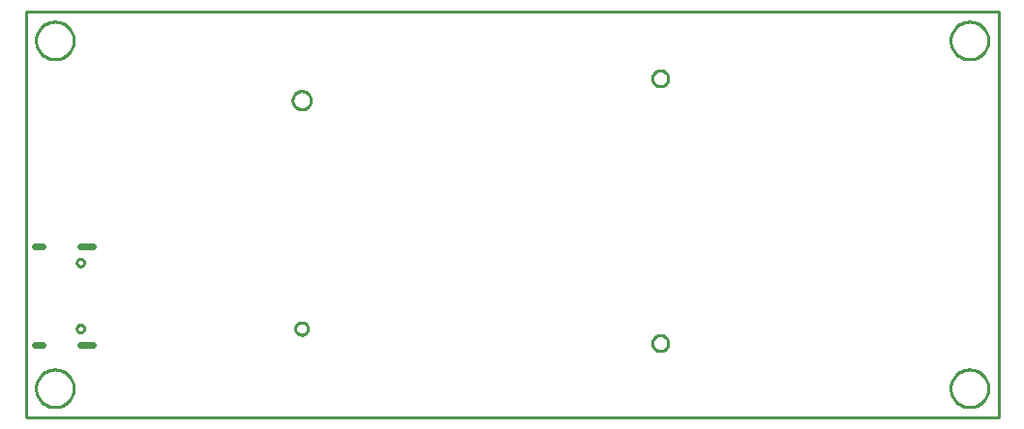
<source format=gko>
G04 EAGLE Gerber RS-274X export*
G75*
%MOMM*%
%FSLAX34Y34*%
%LPD*%
%IN*%
%IPPOS*%
%AMOC8*
5,1,8,0,0,1.08239X$1,22.5*%
G01*
%ADD10C,0.203200*%
%ADD11C,0.000000*%
%ADD12C,0.600000*%
%ADD13C,0.254000*%


D10*
X0Y0D02*
X0Y355600D01*
X850900Y355600D01*
X850900Y0D01*
X0Y0D01*
D11*
X44530Y135580D02*
X44532Y135693D01*
X44538Y135807D01*
X44548Y135920D01*
X44562Y136032D01*
X44579Y136144D01*
X44601Y136256D01*
X44627Y136366D01*
X44656Y136476D01*
X44689Y136584D01*
X44726Y136692D01*
X44767Y136797D01*
X44811Y136902D01*
X44859Y137005D01*
X44910Y137106D01*
X44965Y137205D01*
X45024Y137302D01*
X45086Y137397D01*
X45151Y137490D01*
X45219Y137581D01*
X45290Y137669D01*
X45365Y137755D01*
X45442Y137838D01*
X45522Y137918D01*
X45605Y137995D01*
X45691Y138070D01*
X45779Y138141D01*
X45870Y138209D01*
X45963Y138274D01*
X46058Y138336D01*
X46155Y138395D01*
X46254Y138450D01*
X46355Y138501D01*
X46458Y138549D01*
X46563Y138593D01*
X46668Y138634D01*
X46776Y138671D01*
X46884Y138704D01*
X46994Y138733D01*
X47104Y138759D01*
X47216Y138781D01*
X47328Y138798D01*
X47440Y138812D01*
X47553Y138822D01*
X47667Y138828D01*
X47780Y138830D01*
X47893Y138828D01*
X48007Y138822D01*
X48120Y138812D01*
X48232Y138798D01*
X48344Y138781D01*
X48456Y138759D01*
X48566Y138733D01*
X48676Y138704D01*
X48784Y138671D01*
X48892Y138634D01*
X48997Y138593D01*
X49102Y138549D01*
X49205Y138501D01*
X49306Y138450D01*
X49405Y138395D01*
X49502Y138336D01*
X49597Y138274D01*
X49690Y138209D01*
X49781Y138141D01*
X49869Y138070D01*
X49955Y137995D01*
X50038Y137918D01*
X50118Y137838D01*
X50195Y137755D01*
X50270Y137669D01*
X50341Y137581D01*
X50409Y137490D01*
X50474Y137397D01*
X50536Y137302D01*
X50595Y137205D01*
X50650Y137106D01*
X50701Y137005D01*
X50749Y136902D01*
X50793Y136797D01*
X50834Y136692D01*
X50871Y136584D01*
X50904Y136476D01*
X50933Y136366D01*
X50959Y136256D01*
X50981Y136144D01*
X50998Y136032D01*
X51012Y135920D01*
X51022Y135807D01*
X51028Y135693D01*
X51030Y135580D01*
X51028Y135467D01*
X51022Y135353D01*
X51012Y135240D01*
X50998Y135128D01*
X50981Y135016D01*
X50959Y134904D01*
X50933Y134794D01*
X50904Y134684D01*
X50871Y134576D01*
X50834Y134468D01*
X50793Y134363D01*
X50749Y134258D01*
X50701Y134155D01*
X50650Y134054D01*
X50595Y133955D01*
X50536Y133858D01*
X50474Y133763D01*
X50409Y133670D01*
X50341Y133579D01*
X50270Y133491D01*
X50195Y133405D01*
X50118Y133322D01*
X50038Y133242D01*
X49955Y133165D01*
X49869Y133090D01*
X49781Y133019D01*
X49690Y132951D01*
X49597Y132886D01*
X49502Y132824D01*
X49405Y132765D01*
X49306Y132710D01*
X49205Y132659D01*
X49102Y132611D01*
X48997Y132567D01*
X48892Y132526D01*
X48784Y132489D01*
X48676Y132456D01*
X48566Y132427D01*
X48456Y132401D01*
X48344Y132379D01*
X48232Y132362D01*
X48120Y132348D01*
X48007Y132338D01*
X47893Y132332D01*
X47780Y132330D01*
X47667Y132332D01*
X47553Y132338D01*
X47440Y132348D01*
X47328Y132362D01*
X47216Y132379D01*
X47104Y132401D01*
X46994Y132427D01*
X46884Y132456D01*
X46776Y132489D01*
X46668Y132526D01*
X46563Y132567D01*
X46458Y132611D01*
X46355Y132659D01*
X46254Y132710D01*
X46155Y132765D01*
X46058Y132824D01*
X45963Y132886D01*
X45870Y132951D01*
X45779Y133019D01*
X45691Y133090D01*
X45605Y133165D01*
X45522Y133242D01*
X45442Y133322D01*
X45365Y133405D01*
X45290Y133491D01*
X45219Y133579D01*
X45151Y133670D01*
X45086Y133763D01*
X45024Y133858D01*
X44965Y133955D01*
X44910Y134054D01*
X44859Y134155D01*
X44811Y134258D01*
X44767Y134363D01*
X44726Y134468D01*
X44689Y134576D01*
X44656Y134684D01*
X44627Y134794D01*
X44601Y134904D01*
X44579Y135016D01*
X44562Y135128D01*
X44548Y135240D01*
X44538Y135353D01*
X44532Y135467D01*
X44530Y135580D01*
X44530Y77780D02*
X44532Y77893D01*
X44538Y78007D01*
X44548Y78120D01*
X44562Y78232D01*
X44579Y78344D01*
X44601Y78456D01*
X44627Y78566D01*
X44656Y78676D01*
X44689Y78784D01*
X44726Y78892D01*
X44767Y78997D01*
X44811Y79102D01*
X44859Y79205D01*
X44910Y79306D01*
X44965Y79405D01*
X45024Y79502D01*
X45086Y79597D01*
X45151Y79690D01*
X45219Y79781D01*
X45290Y79869D01*
X45365Y79955D01*
X45442Y80038D01*
X45522Y80118D01*
X45605Y80195D01*
X45691Y80270D01*
X45779Y80341D01*
X45870Y80409D01*
X45963Y80474D01*
X46058Y80536D01*
X46155Y80595D01*
X46254Y80650D01*
X46355Y80701D01*
X46458Y80749D01*
X46563Y80793D01*
X46668Y80834D01*
X46776Y80871D01*
X46884Y80904D01*
X46994Y80933D01*
X47104Y80959D01*
X47216Y80981D01*
X47328Y80998D01*
X47440Y81012D01*
X47553Y81022D01*
X47667Y81028D01*
X47780Y81030D01*
X47893Y81028D01*
X48007Y81022D01*
X48120Y81012D01*
X48232Y80998D01*
X48344Y80981D01*
X48456Y80959D01*
X48566Y80933D01*
X48676Y80904D01*
X48784Y80871D01*
X48892Y80834D01*
X48997Y80793D01*
X49102Y80749D01*
X49205Y80701D01*
X49306Y80650D01*
X49405Y80595D01*
X49502Y80536D01*
X49597Y80474D01*
X49690Y80409D01*
X49781Y80341D01*
X49869Y80270D01*
X49955Y80195D01*
X50038Y80118D01*
X50118Y80038D01*
X50195Y79955D01*
X50270Y79869D01*
X50341Y79781D01*
X50409Y79690D01*
X50474Y79597D01*
X50536Y79502D01*
X50595Y79405D01*
X50650Y79306D01*
X50701Y79205D01*
X50749Y79102D01*
X50793Y78997D01*
X50834Y78892D01*
X50871Y78784D01*
X50904Y78676D01*
X50933Y78566D01*
X50959Y78456D01*
X50981Y78344D01*
X50998Y78232D01*
X51012Y78120D01*
X51022Y78007D01*
X51028Y77893D01*
X51030Y77780D01*
X51028Y77667D01*
X51022Y77553D01*
X51012Y77440D01*
X50998Y77328D01*
X50981Y77216D01*
X50959Y77104D01*
X50933Y76994D01*
X50904Y76884D01*
X50871Y76776D01*
X50834Y76668D01*
X50793Y76563D01*
X50749Y76458D01*
X50701Y76355D01*
X50650Y76254D01*
X50595Y76155D01*
X50536Y76058D01*
X50474Y75963D01*
X50409Y75870D01*
X50341Y75779D01*
X50270Y75691D01*
X50195Y75605D01*
X50118Y75522D01*
X50038Y75442D01*
X49955Y75365D01*
X49869Y75290D01*
X49781Y75219D01*
X49690Y75151D01*
X49597Y75086D01*
X49502Y75024D01*
X49405Y74965D01*
X49306Y74910D01*
X49205Y74859D01*
X49102Y74811D01*
X48997Y74767D01*
X48892Y74726D01*
X48784Y74689D01*
X48676Y74656D01*
X48566Y74627D01*
X48456Y74601D01*
X48344Y74579D01*
X48232Y74562D01*
X48120Y74548D01*
X48007Y74538D01*
X47893Y74532D01*
X47780Y74530D01*
X47667Y74532D01*
X47553Y74538D01*
X47440Y74548D01*
X47328Y74562D01*
X47216Y74579D01*
X47104Y74601D01*
X46994Y74627D01*
X46884Y74656D01*
X46776Y74689D01*
X46668Y74726D01*
X46563Y74767D01*
X46458Y74811D01*
X46355Y74859D01*
X46254Y74910D01*
X46155Y74965D01*
X46058Y75024D01*
X45963Y75086D01*
X45870Y75151D01*
X45779Y75219D01*
X45691Y75290D01*
X45605Y75365D01*
X45522Y75442D01*
X45442Y75522D01*
X45365Y75605D01*
X45290Y75691D01*
X45219Y75779D01*
X45151Y75870D01*
X45086Y75963D01*
X45024Y76058D01*
X44965Y76155D01*
X44910Y76254D01*
X44859Y76355D01*
X44811Y76458D01*
X44767Y76563D01*
X44726Y76668D01*
X44689Y76776D01*
X44656Y76884D01*
X44627Y76994D01*
X44601Y77104D01*
X44579Y77216D01*
X44562Y77328D01*
X44548Y77440D01*
X44538Y77553D01*
X44532Y77667D01*
X44530Y77780D01*
D12*
X47580Y149860D02*
X58580Y149860D01*
X58580Y63500D02*
X47580Y63500D01*
X14430Y149860D02*
X8230Y149860D01*
X8230Y63500D02*
X14430Y63500D01*
D11*
X808990Y330200D02*
X808995Y330605D01*
X809010Y331010D01*
X809035Y331415D01*
X809070Y331818D01*
X809114Y332221D01*
X809169Y332623D01*
X809233Y333023D01*
X809307Y333421D01*
X809391Y333817D01*
X809485Y334212D01*
X809588Y334603D01*
X809701Y334993D01*
X809823Y335379D01*
X809955Y335762D01*
X810096Y336142D01*
X810247Y336518D01*
X810406Y336891D01*
X810575Y337259D01*
X810753Y337623D01*
X810939Y337983D01*
X811135Y338338D01*
X811339Y338688D01*
X811551Y339033D01*
X811772Y339372D01*
X812002Y339707D01*
X812239Y340035D01*
X812484Y340357D01*
X812738Y340674D01*
X812998Y340984D01*
X813267Y341287D01*
X813543Y341584D01*
X813826Y341874D01*
X814116Y342157D01*
X814413Y342433D01*
X814716Y342702D01*
X815026Y342962D01*
X815343Y343216D01*
X815665Y343461D01*
X815993Y343698D01*
X816328Y343928D01*
X816667Y344149D01*
X817012Y344361D01*
X817362Y344565D01*
X817717Y344761D01*
X818077Y344947D01*
X818441Y345125D01*
X818809Y345294D01*
X819182Y345453D01*
X819558Y345604D01*
X819938Y345745D01*
X820321Y345877D01*
X820707Y345999D01*
X821097Y346112D01*
X821488Y346215D01*
X821883Y346309D01*
X822279Y346393D01*
X822677Y346467D01*
X823077Y346531D01*
X823479Y346586D01*
X823882Y346630D01*
X824285Y346665D01*
X824690Y346690D01*
X825095Y346705D01*
X825500Y346710D01*
X825905Y346705D01*
X826310Y346690D01*
X826715Y346665D01*
X827118Y346630D01*
X827521Y346586D01*
X827923Y346531D01*
X828323Y346467D01*
X828721Y346393D01*
X829117Y346309D01*
X829512Y346215D01*
X829903Y346112D01*
X830293Y345999D01*
X830679Y345877D01*
X831062Y345745D01*
X831442Y345604D01*
X831818Y345453D01*
X832191Y345294D01*
X832559Y345125D01*
X832923Y344947D01*
X833283Y344761D01*
X833638Y344565D01*
X833988Y344361D01*
X834333Y344149D01*
X834672Y343928D01*
X835007Y343698D01*
X835335Y343461D01*
X835657Y343216D01*
X835974Y342962D01*
X836284Y342702D01*
X836587Y342433D01*
X836884Y342157D01*
X837174Y341874D01*
X837457Y341584D01*
X837733Y341287D01*
X838002Y340984D01*
X838262Y340674D01*
X838516Y340357D01*
X838761Y340035D01*
X838998Y339707D01*
X839228Y339372D01*
X839449Y339033D01*
X839661Y338688D01*
X839865Y338338D01*
X840061Y337983D01*
X840247Y337623D01*
X840425Y337259D01*
X840594Y336891D01*
X840753Y336518D01*
X840904Y336142D01*
X841045Y335762D01*
X841177Y335379D01*
X841299Y334993D01*
X841412Y334603D01*
X841515Y334212D01*
X841609Y333817D01*
X841693Y333421D01*
X841767Y333023D01*
X841831Y332623D01*
X841886Y332221D01*
X841930Y331818D01*
X841965Y331415D01*
X841990Y331010D01*
X842005Y330605D01*
X842010Y330200D01*
X842005Y329795D01*
X841990Y329390D01*
X841965Y328985D01*
X841930Y328582D01*
X841886Y328179D01*
X841831Y327777D01*
X841767Y327377D01*
X841693Y326979D01*
X841609Y326583D01*
X841515Y326188D01*
X841412Y325797D01*
X841299Y325407D01*
X841177Y325021D01*
X841045Y324638D01*
X840904Y324258D01*
X840753Y323882D01*
X840594Y323509D01*
X840425Y323141D01*
X840247Y322777D01*
X840061Y322417D01*
X839865Y322062D01*
X839661Y321712D01*
X839449Y321367D01*
X839228Y321028D01*
X838998Y320693D01*
X838761Y320365D01*
X838516Y320043D01*
X838262Y319726D01*
X838002Y319416D01*
X837733Y319113D01*
X837457Y318816D01*
X837174Y318526D01*
X836884Y318243D01*
X836587Y317967D01*
X836284Y317698D01*
X835974Y317438D01*
X835657Y317184D01*
X835335Y316939D01*
X835007Y316702D01*
X834672Y316472D01*
X834333Y316251D01*
X833988Y316039D01*
X833638Y315835D01*
X833283Y315639D01*
X832923Y315453D01*
X832559Y315275D01*
X832191Y315106D01*
X831818Y314947D01*
X831442Y314796D01*
X831062Y314655D01*
X830679Y314523D01*
X830293Y314401D01*
X829903Y314288D01*
X829512Y314185D01*
X829117Y314091D01*
X828721Y314007D01*
X828323Y313933D01*
X827923Y313869D01*
X827521Y313814D01*
X827118Y313770D01*
X826715Y313735D01*
X826310Y313710D01*
X825905Y313695D01*
X825500Y313690D01*
X825095Y313695D01*
X824690Y313710D01*
X824285Y313735D01*
X823882Y313770D01*
X823479Y313814D01*
X823077Y313869D01*
X822677Y313933D01*
X822279Y314007D01*
X821883Y314091D01*
X821488Y314185D01*
X821097Y314288D01*
X820707Y314401D01*
X820321Y314523D01*
X819938Y314655D01*
X819558Y314796D01*
X819182Y314947D01*
X818809Y315106D01*
X818441Y315275D01*
X818077Y315453D01*
X817717Y315639D01*
X817362Y315835D01*
X817012Y316039D01*
X816667Y316251D01*
X816328Y316472D01*
X815993Y316702D01*
X815665Y316939D01*
X815343Y317184D01*
X815026Y317438D01*
X814716Y317698D01*
X814413Y317967D01*
X814116Y318243D01*
X813826Y318526D01*
X813543Y318816D01*
X813267Y319113D01*
X812998Y319416D01*
X812738Y319726D01*
X812484Y320043D01*
X812239Y320365D01*
X812002Y320693D01*
X811772Y321028D01*
X811551Y321367D01*
X811339Y321712D01*
X811135Y322062D01*
X810939Y322417D01*
X810753Y322777D01*
X810575Y323141D01*
X810406Y323509D01*
X810247Y323882D01*
X810096Y324258D01*
X809955Y324638D01*
X809823Y325021D01*
X809701Y325407D01*
X809588Y325797D01*
X809485Y326188D01*
X809391Y326583D01*
X809307Y326979D01*
X809233Y327377D01*
X809169Y327777D01*
X809114Y328179D01*
X809070Y328582D01*
X809035Y328985D01*
X809010Y329390D01*
X808995Y329795D01*
X808990Y330200D01*
X8890Y330200D02*
X8895Y330605D01*
X8910Y331010D01*
X8935Y331415D01*
X8970Y331818D01*
X9014Y332221D01*
X9069Y332623D01*
X9133Y333023D01*
X9207Y333421D01*
X9291Y333817D01*
X9385Y334212D01*
X9488Y334603D01*
X9601Y334993D01*
X9723Y335379D01*
X9855Y335762D01*
X9996Y336142D01*
X10147Y336518D01*
X10306Y336891D01*
X10475Y337259D01*
X10653Y337623D01*
X10839Y337983D01*
X11035Y338338D01*
X11239Y338688D01*
X11451Y339033D01*
X11672Y339372D01*
X11902Y339707D01*
X12139Y340035D01*
X12384Y340357D01*
X12638Y340674D01*
X12898Y340984D01*
X13167Y341287D01*
X13443Y341584D01*
X13726Y341874D01*
X14016Y342157D01*
X14313Y342433D01*
X14616Y342702D01*
X14926Y342962D01*
X15243Y343216D01*
X15565Y343461D01*
X15893Y343698D01*
X16228Y343928D01*
X16567Y344149D01*
X16912Y344361D01*
X17262Y344565D01*
X17617Y344761D01*
X17977Y344947D01*
X18341Y345125D01*
X18709Y345294D01*
X19082Y345453D01*
X19458Y345604D01*
X19838Y345745D01*
X20221Y345877D01*
X20607Y345999D01*
X20997Y346112D01*
X21388Y346215D01*
X21783Y346309D01*
X22179Y346393D01*
X22577Y346467D01*
X22977Y346531D01*
X23379Y346586D01*
X23782Y346630D01*
X24185Y346665D01*
X24590Y346690D01*
X24995Y346705D01*
X25400Y346710D01*
X25805Y346705D01*
X26210Y346690D01*
X26615Y346665D01*
X27018Y346630D01*
X27421Y346586D01*
X27823Y346531D01*
X28223Y346467D01*
X28621Y346393D01*
X29017Y346309D01*
X29412Y346215D01*
X29803Y346112D01*
X30193Y345999D01*
X30579Y345877D01*
X30962Y345745D01*
X31342Y345604D01*
X31718Y345453D01*
X32091Y345294D01*
X32459Y345125D01*
X32823Y344947D01*
X33183Y344761D01*
X33538Y344565D01*
X33888Y344361D01*
X34233Y344149D01*
X34572Y343928D01*
X34907Y343698D01*
X35235Y343461D01*
X35557Y343216D01*
X35874Y342962D01*
X36184Y342702D01*
X36487Y342433D01*
X36784Y342157D01*
X37074Y341874D01*
X37357Y341584D01*
X37633Y341287D01*
X37902Y340984D01*
X38162Y340674D01*
X38416Y340357D01*
X38661Y340035D01*
X38898Y339707D01*
X39128Y339372D01*
X39349Y339033D01*
X39561Y338688D01*
X39765Y338338D01*
X39961Y337983D01*
X40147Y337623D01*
X40325Y337259D01*
X40494Y336891D01*
X40653Y336518D01*
X40804Y336142D01*
X40945Y335762D01*
X41077Y335379D01*
X41199Y334993D01*
X41312Y334603D01*
X41415Y334212D01*
X41509Y333817D01*
X41593Y333421D01*
X41667Y333023D01*
X41731Y332623D01*
X41786Y332221D01*
X41830Y331818D01*
X41865Y331415D01*
X41890Y331010D01*
X41905Y330605D01*
X41910Y330200D01*
X41905Y329795D01*
X41890Y329390D01*
X41865Y328985D01*
X41830Y328582D01*
X41786Y328179D01*
X41731Y327777D01*
X41667Y327377D01*
X41593Y326979D01*
X41509Y326583D01*
X41415Y326188D01*
X41312Y325797D01*
X41199Y325407D01*
X41077Y325021D01*
X40945Y324638D01*
X40804Y324258D01*
X40653Y323882D01*
X40494Y323509D01*
X40325Y323141D01*
X40147Y322777D01*
X39961Y322417D01*
X39765Y322062D01*
X39561Y321712D01*
X39349Y321367D01*
X39128Y321028D01*
X38898Y320693D01*
X38661Y320365D01*
X38416Y320043D01*
X38162Y319726D01*
X37902Y319416D01*
X37633Y319113D01*
X37357Y318816D01*
X37074Y318526D01*
X36784Y318243D01*
X36487Y317967D01*
X36184Y317698D01*
X35874Y317438D01*
X35557Y317184D01*
X35235Y316939D01*
X34907Y316702D01*
X34572Y316472D01*
X34233Y316251D01*
X33888Y316039D01*
X33538Y315835D01*
X33183Y315639D01*
X32823Y315453D01*
X32459Y315275D01*
X32091Y315106D01*
X31718Y314947D01*
X31342Y314796D01*
X30962Y314655D01*
X30579Y314523D01*
X30193Y314401D01*
X29803Y314288D01*
X29412Y314185D01*
X29017Y314091D01*
X28621Y314007D01*
X28223Y313933D01*
X27823Y313869D01*
X27421Y313814D01*
X27018Y313770D01*
X26615Y313735D01*
X26210Y313710D01*
X25805Y313695D01*
X25400Y313690D01*
X24995Y313695D01*
X24590Y313710D01*
X24185Y313735D01*
X23782Y313770D01*
X23379Y313814D01*
X22977Y313869D01*
X22577Y313933D01*
X22179Y314007D01*
X21783Y314091D01*
X21388Y314185D01*
X20997Y314288D01*
X20607Y314401D01*
X20221Y314523D01*
X19838Y314655D01*
X19458Y314796D01*
X19082Y314947D01*
X18709Y315106D01*
X18341Y315275D01*
X17977Y315453D01*
X17617Y315639D01*
X17262Y315835D01*
X16912Y316039D01*
X16567Y316251D01*
X16228Y316472D01*
X15893Y316702D01*
X15565Y316939D01*
X15243Y317184D01*
X14926Y317438D01*
X14616Y317698D01*
X14313Y317967D01*
X14016Y318243D01*
X13726Y318526D01*
X13443Y318816D01*
X13167Y319113D01*
X12898Y319416D01*
X12638Y319726D01*
X12384Y320043D01*
X12139Y320365D01*
X11902Y320693D01*
X11672Y321028D01*
X11451Y321367D01*
X11239Y321712D01*
X11035Y322062D01*
X10839Y322417D01*
X10653Y322777D01*
X10475Y323141D01*
X10306Y323509D01*
X10147Y323882D01*
X9996Y324258D01*
X9855Y324638D01*
X9723Y325021D01*
X9601Y325407D01*
X9488Y325797D01*
X9385Y326188D01*
X9291Y326583D01*
X9207Y326979D01*
X9133Y327377D01*
X9069Y327777D01*
X9014Y328179D01*
X8970Y328582D01*
X8935Y328985D01*
X8910Y329390D01*
X8895Y329795D01*
X8890Y330200D01*
X808990Y25400D02*
X808995Y25805D01*
X809010Y26210D01*
X809035Y26615D01*
X809070Y27018D01*
X809114Y27421D01*
X809169Y27823D01*
X809233Y28223D01*
X809307Y28621D01*
X809391Y29017D01*
X809485Y29412D01*
X809588Y29803D01*
X809701Y30193D01*
X809823Y30579D01*
X809955Y30962D01*
X810096Y31342D01*
X810247Y31718D01*
X810406Y32091D01*
X810575Y32459D01*
X810753Y32823D01*
X810939Y33183D01*
X811135Y33538D01*
X811339Y33888D01*
X811551Y34233D01*
X811772Y34572D01*
X812002Y34907D01*
X812239Y35235D01*
X812484Y35557D01*
X812738Y35874D01*
X812998Y36184D01*
X813267Y36487D01*
X813543Y36784D01*
X813826Y37074D01*
X814116Y37357D01*
X814413Y37633D01*
X814716Y37902D01*
X815026Y38162D01*
X815343Y38416D01*
X815665Y38661D01*
X815993Y38898D01*
X816328Y39128D01*
X816667Y39349D01*
X817012Y39561D01*
X817362Y39765D01*
X817717Y39961D01*
X818077Y40147D01*
X818441Y40325D01*
X818809Y40494D01*
X819182Y40653D01*
X819558Y40804D01*
X819938Y40945D01*
X820321Y41077D01*
X820707Y41199D01*
X821097Y41312D01*
X821488Y41415D01*
X821883Y41509D01*
X822279Y41593D01*
X822677Y41667D01*
X823077Y41731D01*
X823479Y41786D01*
X823882Y41830D01*
X824285Y41865D01*
X824690Y41890D01*
X825095Y41905D01*
X825500Y41910D01*
X825905Y41905D01*
X826310Y41890D01*
X826715Y41865D01*
X827118Y41830D01*
X827521Y41786D01*
X827923Y41731D01*
X828323Y41667D01*
X828721Y41593D01*
X829117Y41509D01*
X829512Y41415D01*
X829903Y41312D01*
X830293Y41199D01*
X830679Y41077D01*
X831062Y40945D01*
X831442Y40804D01*
X831818Y40653D01*
X832191Y40494D01*
X832559Y40325D01*
X832923Y40147D01*
X833283Y39961D01*
X833638Y39765D01*
X833988Y39561D01*
X834333Y39349D01*
X834672Y39128D01*
X835007Y38898D01*
X835335Y38661D01*
X835657Y38416D01*
X835974Y38162D01*
X836284Y37902D01*
X836587Y37633D01*
X836884Y37357D01*
X837174Y37074D01*
X837457Y36784D01*
X837733Y36487D01*
X838002Y36184D01*
X838262Y35874D01*
X838516Y35557D01*
X838761Y35235D01*
X838998Y34907D01*
X839228Y34572D01*
X839449Y34233D01*
X839661Y33888D01*
X839865Y33538D01*
X840061Y33183D01*
X840247Y32823D01*
X840425Y32459D01*
X840594Y32091D01*
X840753Y31718D01*
X840904Y31342D01*
X841045Y30962D01*
X841177Y30579D01*
X841299Y30193D01*
X841412Y29803D01*
X841515Y29412D01*
X841609Y29017D01*
X841693Y28621D01*
X841767Y28223D01*
X841831Y27823D01*
X841886Y27421D01*
X841930Y27018D01*
X841965Y26615D01*
X841990Y26210D01*
X842005Y25805D01*
X842010Y25400D01*
X842005Y24995D01*
X841990Y24590D01*
X841965Y24185D01*
X841930Y23782D01*
X841886Y23379D01*
X841831Y22977D01*
X841767Y22577D01*
X841693Y22179D01*
X841609Y21783D01*
X841515Y21388D01*
X841412Y20997D01*
X841299Y20607D01*
X841177Y20221D01*
X841045Y19838D01*
X840904Y19458D01*
X840753Y19082D01*
X840594Y18709D01*
X840425Y18341D01*
X840247Y17977D01*
X840061Y17617D01*
X839865Y17262D01*
X839661Y16912D01*
X839449Y16567D01*
X839228Y16228D01*
X838998Y15893D01*
X838761Y15565D01*
X838516Y15243D01*
X838262Y14926D01*
X838002Y14616D01*
X837733Y14313D01*
X837457Y14016D01*
X837174Y13726D01*
X836884Y13443D01*
X836587Y13167D01*
X836284Y12898D01*
X835974Y12638D01*
X835657Y12384D01*
X835335Y12139D01*
X835007Y11902D01*
X834672Y11672D01*
X834333Y11451D01*
X833988Y11239D01*
X833638Y11035D01*
X833283Y10839D01*
X832923Y10653D01*
X832559Y10475D01*
X832191Y10306D01*
X831818Y10147D01*
X831442Y9996D01*
X831062Y9855D01*
X830679Y9723D01*
X830293Y9601D01*
X829903Y9488D01*
X829512Y9385D01*
X829117Y9291D01*
X828721Y9207D01*
X828323Y9133D01*
X827923Y9069D01*
X827521Y9014D01*
X827118Y8970D01*
X826715Y8935D01*
X826310Y8910D01*
X825905Y8895D01*
X825500Y8890D01*
X825095Y8895D01*
X824690Y8910D01*
X824285Y8935D01*
X823882Y8970D01*
X823479Y9014D01*
X823077Y9069D01*
X822677Y9133D01*
X822279Y9207D01*
X821883Y9291D01*
X821488Y9385D01*
X821097Y9488D01*
X820707Y9601D01*
X820321Y9723D01*
X819938Y9855D01*
X819558Y9996D01*
X819182Y10147D01*
X818809Y10306D01*
X818441Y10475D01*
X818077Y10653D01*
X817717Y10839D01*
X817362Y11035D01*
X817012Y11239D01*
X816667Y11451D01*
X816328Y11672D01*
X815993Y11902D01*
X815665Y12139D01*
X815343Y12384D01*
X815026Y12638D01*
X814716Y12898D01*
X814413Y13167D01*
X814116Y13443D01*
X813826Y13726D01*
X813543Y14016D01*
X813267Y14313D01*
X812998Y14616D01*
X812738Y14926D01*
X812484Y15243D01*
X812239Y15565D01*
X812002Y15893D01*
X811772Y16228D01*
X811551Y16567D01*
X811339Y16912D01*
X811135Y17262D01*
X810939Y17617D01*
X810753Y17977D01*
X810575Y18341D01*
X810406Y18709D01*
X810247Y19082D01*
X810096Y19458D01*
X809955Y19838D01*
X809823Y20221D01*
X809701Y20607D01*
X809588Y20997D01*
X809485Y21388D01*
X809391Y21783D01*
X809307Y22179D01*
X809233Y22577D01*
X809169Y22977D01*
X809114Y23379D01*
X809070Y23782D01*
X809035Y24185D01*
X809010Y24590D01*
X808995Y24995D01*
X808990Y25400D01*
X8890Y25400D02*
X8895Y25805D01*
X8910Y26210D01*
X8935Y26615D01*
X8970Y27018D01*
X9014Y27421D01*
X9069Y27823D01*
X9133Y28223D01*
X9207Y28621D01*
X9291Y29017D01*
X9385Y29412D01*
X9488Y29803D01*
X9601Y30193D01*
X9723Y30579D01*
X9855Y30962D01*
X9996Y31342D01*
X10147Y31718D01*
X10306Y32091D01*
X10475Y32459D01*
X10653Y32823D01*
X10839Y33183D01*
X11035Y33538D01*
X11239Y33888D01*
X11451Y34233D01*
X11672Y34572D01*
X11902Y34907D01*
X12139Y35235D01*
X12384Y35557D01*
X12638Y35874D01*
X12898Y36184D01*
X13167Y36487D01*
X13443Y36784D01*
X13726Y37074D01*
X14016Y37357D01*
X14313Y37633D01*
X14616Y37902D01*
X14926Y38162D01*
X15243Y38416D01*
X15565Y38661D01*
X15893Y38898D01*
X16228Y39128D01*
X16567Y39349D01*
X16912Y39561D01*
X17262Y39765D01*
X17617Y39961D01*
X17977Y40147D01*
X18341Y40325D01*
X18709Y40494D01*
X19082Y40653D01*
X19458Y40804D01*
X19838Y40945D01*
X20221Y41077D01*
X20607Y41199D01*
X20997Y41312D01*
X21388Y41415D01*
X21783Y41509D01*
X22179Y41593D01*
X22577Y41667D01*
X22977Y41731D01*
X23379Y41786D01*
X23782Y41830D01*
X24185Y41865D01*
X24590Y41890D01*
X24995Y41905D01*
X25400Y41910D01*
X25805Y41905D01*
X26210Y41890D01*
X26615Y41865D01*
X27018Y41830D01*
X27421Y41786D01*
X27823Y41731D01*
X28223Y41667D01*
X28621Y41593D01*
X29017Y41509D01*
X29412Y41415D01*
X29803Y41312D01*
X30193Y41199D01*
X30579Y41077D01*
X30962Y40945D01*
X31342Y40804D01*
X31718Y40653D01*
X32091Y40494D01*
X32459Y40325D01*
X32823Y40147D01*
X33183Y39961D01*
X33538Y39765D01*
X33888Y39561D01*
X34233Y39349D01*
X34572Y39128D01*
X34907Y38898D01*
X35235Y38661D01*
X35557Y38416D01*
X35874Y38162D01*
X36184Y37902D01*
X36487Y37633D01*
X36784Y37357D01*
X37074Y37074D01*
X37357Y36784D01*
X37633Y36487D01*
X37902Y36184D01*
X38162Y35874D01*
X38416Y35557D01*
X38661Y35235D01*
X38898Y34907D01*
X39128Y34572D01*
X39349Y34233D01*
X39561Y33888D01*
X39765Y33538D01*
X39961Y33183D01*
X40147Y32823D01*
X40325Y32459D01*
X40494Y32091D01*
X40653Y31718D01*
X40804Y31342D01*
X40945Y30962D01*
X41077Y30579D01*
X41199Y30193D01*
X41312Y29803D01*
X41415Y29412D01*
X41509Y29017D01*
X41593Y28621D01*
X41667Y28223D01*
X41731Y27823D01*
X41786Y27421D01*
X41830Y27018D01*
X41865Y26615D01*
X41890Y26210D01*
X41905Y25805D01*
X41910Y25400D01*
X41905Y24995D01*
X41890Y24590D01*
X41865Y24185D01*
X41830Y23782D01*
X41786Y23379D01*
X41731Y22977D01*
X41667Y22577D01*
X41593Y22179D01*
X41509Y21783D01*
X41415Y21388D01*
X41312Y20997D01*
X41199Y20607D01*
X41077Y20221D01*
X40945Y19838D01*
X40804Y19458D01*
X40653Y19082D01*
X40494Y18709D01*
X40325Y18341D01*
X40147Y17977D01*
X39961Y17617D01*
X39765Y17262D01*
X39561Y16912D01*
X39349Y16567D01*
X39128Y16228D01*
X38898Y15893D01*
X38661Y15565D01*
X38416Y15243D01*
X38162Y14926D01*
X37902Y14616D01*
X37633Y14313D01*
X37357Y14016D01*
X37074Y13726D01*
X36784Y13443D01*
X36487Y13167D01*
X36184Y12898D01*
X35874Y12638D01*
X35557Y12384D01*
X35235Y12139D01*
X34907Y11902D01*
X34572Y11672D01*
X34233Y11451D01*
X33888Y11239D01*
X33538Y11035D01*
X33183Y10839D01*
X32823Y10653D01*
X32459Y10475D01*
X32091Y10306D01*
X31718Y10147D01*
X31342Y9996D01*
X30962Y9855D01*
X30579Y9723D01*
X30193Y9601D01*
X29803Y9488D01*
X29412Y9385D01*
X29017Y9291D01*
X28621Y9207D01*
X28223Y9133D01*
X27823Y9069D01*
X27421Y9014D01*
X27018Y8970D01*
X26615Y8935D01*
X26210Y8910D01*
X25805Y8895D01*
X25400Y8890D01*
X24995Y8895D01*
X24590Y8910D01*
X24185Y8935D01*
X23782Y8970D01*
X23379Y9014D01*
X22977Y9069D01*
X22577Y9133D01*
X22179Y9207D01*
X21783Y9291D01*
X21388Y9385D01*
X20997Y9488D01*
X20607Y9601D01*
X20221Y9723D01*
X19838Y9855D01*
X19458Y9996D01*
X19082Y10147D01*
X18709Y10306D01*
X18341Y10475D01*
X17977Y10653D01*
X17617Y10839D01*
X17262Y11035D01*
X16912Y11239D01*
X16567Y11451D01*
X16228Y11672D01*
X15893Y11902D01*
X15565Y12139D01*
X15243Y12384D01*
X14926Y12638D01*
X14616Y12898D01*
X14313Y13167D01*
X14016Y13443D01*
X13726Y13726D01*
X13443Y14016D01*
X13167Y14313D01*
X12898Y14616D01*
X12638Y14926D01*
X12384Y15243D01*
X12139Y15565D01*
X11902Y15893D01*
X11672Y16228D01*
X11451Y16567D01*
X11239Y16912D01*
X11035Y17262D01*
X10839Y17617D01*
X10653Y17977D01*
X10475Y18341D01*
X10306Y18709D01*
X10147Y19082D01*
X9996Y19458D01*
X9855Y19838D01*
X9723Y20221D01*
X9601Y20607D01*
X9488Y20997D01*
X9385Y21388D01*
X9291Y21783D01*
X9207Y22179D01*
X9133Y22577D01*
X9069Y22977D01*
X9014Y23379D01*
X8970Y23782D01*
X8935Y24185D01*
X8910Y24590D01*
X8895Y24995D01*
X8890Y25400D01*
X235800Y77800D02*
X235802Y77948D01*
X235808Y78096D01*
X235818Y78244D01*
X235832Y78392D01*
X235850Y78539D01*
X235872Y78686D01*
X235898Y78832D01*
X235927Y78977D01*
X235961Y79122D01*
X235999Y79265D01*
X236040Y79408D01*
X236085Y79549D01*
X236135Y79689D01*
X236187Y79827D01*
X236244Y79965D01*
X236304Y80100D01*
X236368Y80234D01*
X236435Y80366D01*
X236506Y80496D01*
X236581Y80625D01*
X236659Y80751D01*
X236740Y80875D01*
X236824Y80997D01*
X236912Y81116D01*
X237003Y81233D01*
X237097Y81348D01*
X237195Y81460D01*
X237295Y81569D01*
X237398Y81676D01*
X237504Y81780D01*
X237612Y81881D01*
X237724Y81979D01*
X237838Y82074D01*
X237954Y82165D01*
X238073Y82254D01*
X238194Y82339D01*
X238318Y82421D01*
X238444Y82500D01*
X238571Y82575D01*
X238701Y82647D01*
X238833Y82716D01*
X238966Y82780D01*
X239101Y82841D01*
X239238Y82899D01*
X239376Y82953D01*
X239516Y83003D01*
X239657Y83049D01*
X239799Y83091D01*
X239942Y83130D01*
X240086Y83164D01*
X240232Y83195D01*
X240377Y83222D01*
X240524Y83245D01*
X240671Y83264D01*
X240819Y83279D01*
X240966Y83290D01*
X241115Y83297D01*
X241263Y83300D01*
X241411Y83299D01*
X241559Y83294D01*
X241707Y83285D01*
X241855Y83272D01*
X242003Y83255D01*
X242149Y83234D01*
X242296Y83209D01*
X242441Y83180D01*
X242586Y83148D01*
X242729Y83111D01*
X242872Y83071D01*
X243014Y83026D01*
X243154Y82978D01*
X243293Y82926D01*
X243430Y82871D01*
X243566Y82811D01*
X243701Y82748D01*
X243833Y82682D01*
X243964Y82612D01*
X244093Y82538D01*
X244219Y82461D01*
X244344Y82381D01*
X244466Y82297D01*
X244587Y82210D01*
X244704Y82120D01*
X244820Y82026D01*
X244932Y81930D01*
X245042Y81831D01*
X245150Y81728D01*
X245254Y81623D01*
X245356Y81515D01*
X245454Y81404D01*
X245550Y81291D01*
X245643Y81175D01*
X245732Y81057D01*
X245818Y80936D01*
X245901Y80813D01*
X245981Y80688D01*
X246057Y80561D01*
X246130Y80431D01*
X246199Y80300D01*
X246264Y80167D01*
X246327Y80033D01*
X246385Y79896D01*
X246440Y79758D01*
X246490Y79619D01*
X246538Y79478D01*
X246581Y79337D01*
X246621Y79194D01*
X246656Y79050D01*
X246688Y78905D01*
X246716Y78759D01*
X246740Y78613D01*
X246760Y78466D01*
X246776Y78318D01*
X246788Y78171D01*
X246796Y78022D01*
X246800Y77874D01*
X246800Y77726D01*
X246796Y77578D01*
X246788Y77429D01*
X246776Y77282D01*
X246760Y77134D01*
X246740Y76987D01*
X246716Y76841D01*
X246688Y76695D01*
X246656Y76550D01*
X246621Y76406D01*
X246581Y76263D01*
X246538Y76122D01*
X246490Y75981D01*
X246440Y75842D01*
X246385Y75704D01*
X246327Y75567D01*
X246264Y75433D01*
X246199Y75300D01*
X246130Y75169D01*
X246057Y75039D01*
X245981Y74912D01*
X245901Y74787D01*
X245818Y74664D01*
X245732Y74543D01*
X245643Y74425D01*
X245550Y74309D01*
X245454Y74196D01*
X245356Y74085D01*
X245254Y73977D01*
X245150Y73872D01*
X245042Y73769D01*
X244932Y73670D01*
X244820Y73574D01*
X244704Y73480D01*
X244587Y73390D01*
X244466Y73303D01*
X244344Y73219D01*
X244219Y73139D01*
X244093Y73062D01*
X243964Y72988D01*
X243833Y72918D01*
X243701Y72852D01*
X243566Y72789D01*
X243430Y72729D01*
X243293Y72674D01*
X243154Y72622D01*
X243014Y72574D01*
X242872Y72529D01*
X242729Y72489D01*
X242586Y72452D01*
X242441Y72420D01*
X242296Y72391D01*
X242149Y72366D01*
X242003Y72345D01*
X241855Y72328D01*
X241707Y72315D01*
X241559Y72306D01*
X241411Y72301D01*
X241263Y72300D01*
X241115Y72303D01*
X240966Y72310D01*
X240819Y72321D01*
X240671Y72336D01*
X240524Y72355D01*
X240377Y72378D01*
X240232Y72405D01*
X240086Y72436D01*
X239942Y72470D01*
X239799Y72509D01*
X239657Y72551D01*
X239516Y72597D01*
X239376Y72647D01*
X239238Y72701D01*
X239101Y72759D01*
X238966Y72820D01*
X238833Y72884D01*
X238701Y72953D01*
X238571Y73025D01*
X238444Y73100D01*
X238318Y73179D01*
X238194Y73261D01*
X238073Y73346D01*
X237954Y73435D01*
X237838Y73526D01*
X237724Y73621D01*
X237612Y73719D01*
X237504Y73820D01*
X237398Y73924D01*
X237295Y74031D01*
X237195Y74140D01*
X237097Y74252D01*
X237003Y74367D01*
X236912Y74484D01*
X236824Y74603D01*
X236740Y74725D01*
X236659Y74849D01*
X236581Y74975D01*
X236506Y75104D01*
X236435Y75234D01*
X236368Y75366D01*
X236304Y75500D01*
X236244Y75635D01*
X236187Y75773D01*
X236135Y75911D01*
X236085Y76051D01*
X236040Y76192D01*
X235999Y76335D01*
X235961Y76478D01*
X235927Y76623D01*
X235898Y76768D01*
X235872Y76914D01*
X235850Y77061D01*
X235832Y77208D01*
X235818Y77356D01*
X235808Y77504D01*
X235802Y77652D01*
X235800Y77800D01*
X233300Y277800D02*
X233302Y277996D01*
X233310Y278193D01*
X233322Y278389D01*
X233339Y278584D01*
X233360Y278779D01*
X233387Y278974D01*
X233418Y279168D01*
X233454Y279361D01*
X233494Y279553D01*
X233540Y279744D01*
X233590Y279934D01*
X233644Y280122D01*
X233704Y280309D01*
X233768Y280495D01*
X233836Y280679D01*
X233909Y280861D01*
X233986Y281042D01*
X234068Y281220D01*
X234154Y281397D01*
X234245Y281571D01*
X234339Y281743D01*
X234438Y281913D01*
X234541Y282080D01*
X234648Y282245D01*
X234759Y282406D01*
X234874Y282566D01*
X234993Y282722D01*
X235116Y282875D01*
X235242Y283025D01*
X235372Y283172D01*
X235506Y283316D01*
X235643Y283457D01*
X235784Y283594D01*
X235928Y283728D01*
X236075Y283858D01*
X236225Y283984D01*
X236378Y284107D01*
X236534Y284226D01*
X236694Y284341D01*
X236855Y284452D01*
X237020Y284559D01*
X237187Y284662D01*
X237357Y284761D01*
X237529Y284855D01*
X237703Y284946D01*
X237880Y285032D01*
X238058Y285114D01*
X238239Y285191D01*
X238421Y285264D01*
X238605Y285332D01*
X238791Y285396D01*
X238978Y285456D01*
X239166Y285510D01*
X239356Y285560D01*
X239547Y285606D01*
X239739Y285646D01*
X239932Y285682D01*
X240126Y285713D01*
X240321Y285740D01*
X240516Y285761D01*
X240711Y285778D01*
X240907Y285790D01*
X241104Y285798D01*
X241300Y285800D01*
X241496Y285798D01*
X241693Y285790D01*
X241889Y285778D01*
X242084Y285761D01*
X242279Y285740D01*
X242474Y285713D01*
X242668Y285682D01*
X242861Y285646D01*
X243053Y285606D01*
X243244Y285560D01*
X243434Y285510D01*
X243622Y285456D01*
X243809Y285396D01*
X243995Y285332D01*
X244179Y285264D01*
X244361Y285191D01*
X244542Y285114D01*
X244720Y285032D01*
X244897Y284946D01*
X245071Y284855D01*
X245243Y284761D01*
X245413Y284662D01*
X245580Y284559D01*
X245745Y284452D01*
X245906Y284341D01*
X246066Y284226D01*
X246222Y284107D01*
X246375Y283984D01*
X246525Y283858D01*
X246672Y283728D01*
X246816Y283594D01*
X246957Y283457D01*
X247094Y283316D01*
X247228Y283172D01*
X247358Y283025D01*
X247484Y282875D01*
X247607Y282722D01*
X247726Y282566D01*
X247841Y282406D01*
X247952Y282245D01*
X248059Y282080D01*
X248162Y281913D01*
X248261Y281743D01*
X248355Y281571D01*
X248446Y281397D01*
X248532Y281220D01*
X248614Y281042D01*
X248691Y280861D01*
X248764Y280679D01*
X248832Y280495D01*
X248896Y280309D01*
X248956Y280122D01*
X249010Y279934D01*
X249060Y279744D01*
X249106Y279553D01*
X249146Y279361D01*
X249182Y279168D01*
X249213Y278974D01*
X249240Y278779D01*
X249261Y278584D01*
X249278Y278389D01*
X249290Y278193D01*
X249298Y277996D01*
X249300Y277800D01*
X249298Y277604D01*
X249290Y277407D01*
X249278Y277211D01*
X249261Y277016D01*
X249240Y276821D01*
X249213Y276626D01*
X249182Y276432D01*
X249146Y276239D01*
X249106Y276047D01*
X249060Y275856D01*
X249010Y275666D01*
X248956Y275478D01*
X248896Y275291D01*
X248832Y275105D01*
X248764Y274921D01*
X248691Y274739D01*
X248614Y274558D01*
X248532Y274380D01*
X248446Y274203D01*
X248355Y274029D01*
X248261Y273857D01*
X248162Y273687D01*
X248059Y273520D01*
X247952Y273355D01*
X247841Y273194D01*
X247726Y273034D01*
X247607Y272878D01*
X247484Y272725D01*
X247358Y272575D01*
X247228Y272428D01*
X247094Y272284D01*
X246957Y272143D01*
X246816Y272006D01*
X246672Y271872D01*
X246525Y271742D01*
X246375Y271616D01*
X246222Y271493D01*
X246066Y271374D01*
X245906Y271259D01*
X245745Y271148D01*
X245580Y271041D01*
X245413Y270938D01*
X245243Y270839D01*
X245071Y270745D01*
X244897Y270654D01*
X244720Y270568D01*
X244542Y270486D01*
X244361Y270409D01*
X244179Y270336D01*
X243995Y270268D01*
X243809Y270204D01*
X243622Y270144D01*
X243434Y270090D01*
X243244Y270040D01*
X243053Y269994D01*
X242861Y269954D01*
X242668Y269918D01*
X242474Y269887D01*
X242279Y269860D01*
X242084Y269839D01*
X241889Y269822D01*
X241693Y269810D01*
X241496Y269802D01*
X241300Y269800D01*
X241104Y269802D01*
X240907Y269810D01*
X240711Y269822D01*
X240516Y269839D01*
X240321Y269860D01*
X240126Y269887D01*
X239932Y269918D01*
X239739Y269954D01*
X239547Y269994D01*
X239356Y270040D01*
X239166Y270090D01*
X238978Y270144D01*
X238791Y270204D01*
X238605Y270268D01*
X238421Y270336D01*
X238239Y270409D01*
X238058Y270486D01*
X237880Y270568D01*
X237703Y270654D01*
X237529Y270745D01*
X237357Y270839D01*
X237187Y270938D01*
X237020Y271041D01*
X236855Y271148D01*
X236694Y271259D01*
X236534Y271374D01*
X236378Y271493D01*
X236225Y271616D01*
X236075Y271742D01*
X235928Y271872D01*
X235784Y272006D01*
X235643Y272143D01*
X235506Y272284D01*
X235372Y272428D01*
X235242Y272575D01*
X235116Y272725D01*
X234993Y272878D01*
X234874Y273034D01*
X234759Y273194D01*
X234648Y273355D01*
X234541Y273520D01*
X234438Y273687D01*
X234339Y273857D01*
X234245Y274029D01*
X234154Y274203D01*
X234068Y274380D01*
X233986Y274558D01*
X233909Y274739D01*
X233836Y274921D01*
X233768Y275105D01*
X233704Y275291D01*
X233644Y275478D01*
X233590Y275666D01*
X233540Y275856D01*
X233494Y276047D01*
X233454Y276239D01*
X233418Y276432D01*
X233387Y276626D01*
X233360Y276821D01*
X233339Y277016D01*
X233322Y277211D01*
X233310Y277407D01*
X233302Y277604D01*
X233300Y277800D01*
X547990Y296944D02*
X547992Y297116D01*
X547998Y297287D01*
X548009Y297459D01*
X548024Y297630D01*
X548043Y297801D01*
X548066Y297971D01*
X548093Y298141D01*
X548125Y298310D01*
X548160Y298478D01*
X548200Y298645D01*
X548244Y298811D01*
X548291Y298976D01*
X548343Y299140D01*
X548399Y299302D01*
X548459Y299463D01*
X548523Y299623D01*
X548591Y299781D01*
X548662Y299937D01*
X548737Y300091D01*
X548817Y300244D01*
X548899Y300394D01*
X548986Y300543D01*
X549076Y300689D01*
X549170Y300833D01*
X549267Y300975D01*
X549368Y301114D01*
X549472Y301251D01*
X549579Y301385D01*
X549690Y301516D01*
X549803Y301645D01*
X549920Y301771D01*
X550040Y301894D01*
X550163Y302014D01*
X550289Y302131D01*
X550418Y302244D01*
X550549Y302355D01*
X550683Y302462D01*
X550820Y302566D01*
X550959Y302667D01*
X551101Y302764D01*
X551245Y302858D01*
X551391Y302948D01*
X551540Y303035D01*
X551690Y303117D01*
X551843Y303197D01*
X551997Y303272D01*
X552153Y303343D01*
X552311Y303411D01*
X552471Y303475D01*
X552632Y303535D01*
X552794Y303591D01*
X552958Y303643D01*
X553123Y303690D01*
X553289Y303734D01*
X553456Y303774D01*
X553624Y303809D01*
X553793Y303841D01*
X553963Y303868D01*
X554133Y303891D01*
X554304Y303910D01*
X554475Y303925D01*
X554647Y303936D01*
X554818Y303942D01*
X554990Y303944D01*
X555162Y303942D01*
X555333Y303936D01*
X555505Y303925D01*
X555676Y303910D01*
X555847Y303891D01*
X556017Y303868D01*
X556187Y303841D01*
X556356Y303809D01*
X556524Y303774D01*
X556691Y303734D01*
X556857Y303690D01*
X557022Y303643D01*
X557186Y303591D01*
X557348Y303535D01*
X557509Y303475D01*
X557669Y303411D01*
X557827Y303343D01*
X557983Y303272D01*
X558137Y303197D01*
X558290Y303117D01*
X558440Y303035D01*
X558589Y302948D01*
X558735Y302858D01*
X558879Y302764D01*
X559021Y302667D01*
X559160Y302566D01*
X559297Y302462D01*
X559431Y302355D01*
X559562Y302244D01*
X559691Y302131D01*
X559817Y302014D01*
X559940Y301894D01*
X560060Y301771D01*
X560177Y301645D01*
X560290Y301516D01*
X560401Y301385D01*
X560508Y301251D01*
X560612Y301114D01*
X560713Y300975D01*
X560810Y300833D01*
X560904Y300689D01*
X560994Y300543D01*
X561081Y300394D01*
X561163Y300244D01*
X561243Y300091D01*
X561318Y299937D01*
X561389Y299781D01*
X561457Y299623D01*
X561521Y299463D01*
X561581Y299302D01*
X561637Y299140D01*
X561689Y298976D01*
X561736Y298811D01*
X561780Y298645D01*
X561820Y298478D01*
X561855Y298310D01*
X561887Y298141D01*
X561914Y297971D01*
X561937Y297801D01*
X561956Y297630D01*
X561971Y297459D01*
X561982Y297287D01*
X561988Y297116D01*
X561990Y296944D01*
X561988Y296772D01*
X561982Y296601D01*
X561971Y296429D01*
X561956Y296258D01*
X561937Y296087D01*
X561914Y295917D01*
X561887Y295747D01*
X561855Y295578D01*
X561820Y295410D01*
X561780Y295243D01*
X561736Y295077D01*
X561689Y294912D01*
X561637Y294748D01*
X561581Y294586D01*
X561521Y294425D01*
X561457Y294265D01*
X561389Y294107D01*
X561318Y293951D01*
X561243Y293797D01*
X561163Y293644D01*
X561081Y293494D01*
X560994Y293345D01*
X560904Y293199D01*
X560810Y293055D01*
X560713Y292913D01*
X560612Y292774D01*
X560508Y292637D01*
X560401Y292503D01*
X560290Y292372D01*
X560177Y292243D01*
X560060Y292117D01*
X559940Y291994D01*
X559817Y291874D01*
X559691Y291757D01*
X559562Y291644D01*
X559431Y291533D01*
X559297Y291426D01*
X559160Y291322D01*
X559021Y291221D01*
X558879Y291124D01*
X558735Y291030D01*
X558589Y290940D01*
X558440Y290853D01*
X558290Y290771D01*
X558137Y290691D01*
X557983Y290616D01*
X557827Y290545D01*
X557669Y290477D01*
X557509Y290413D01*
X557348Y290353D01*
X557186Y290297D01*
X557022Y290245D01*
X556857Y290198D01*
X556691Y290154D01*
X556524Y290114D01*
X556356Y290079D01*
X556187Y290047D01*
X556017Y290020D01*
X555847Y289997D01*
X555676Y289978D01*
X555505Y289963D01*
X555333Y289952D01*
X555162Y289946D01*
X554990Y289944D01*
X554818Y289946D01*
X554647Y289952D01*
X554475Y289963D01*
X554304Y289978D01*
X554133Y289997D01*
X553963Y290020D01*
X553793Y290047D01*
X553624Y290079D01*
X553456Y290114D01*
X553289Y290154D01*
X553123Y290198D01*
X552958Y290245D01*
X552794Y290297D01*
X552632Y290353D01*
X552471Y290413D01*
X552311Y290477D01*
X552153Y290545D01*
X551997Y290616D01*
X551843Y290691D01*
X551690Y290771D01*
X551540Y290853D01*
X551391Y290940D01*
X551245Y291030D01*
X551101Y291124D01*
X550959Y291221D01*
X550820Y291322D01*
X550683Y291426D01*
X550549Y291533D01*
X550418Y291644D01*
X550289Y291757D01*
X550163Y291874D01*
X550040Y291994D01*
X549920Y292117D01*
X549803Y292243D01*
X549690Y292372D01*
X549579Y292503D01*
X549472Y292637D01*
X549368Y292774D01*
X549267Y292913D01*
X549170Y293055D01*
X549076Y293199D01*
X548986Y293345D01*
X548899Y293494D01*
X548817Y293644D01*
X548737Y293797D01*
X548662Y293951D01*
X548591Y294107D01*
X548523Y294265D01*
X548459Y294425D01*
X548399Y294586D01*
X548343Y294748D01*
X548291Y294912D01*
X548244Y295077D01*
X548200Y295243D01*
X548160Y295410D01*
X548125Y295578D01*
X548093Y295747D01*
X548066Y295917D01*
X548043Y296087D01*
X548024Y296258D01*
X548009Y296429D01*
X547998Y296601D01*
X547992Y296772D01*
X547990Y296944D01*
X547990Y64944D02*
X547992Y65116D01*
X547998Y65287D01*
X548009Y65459D01*
X548024Y65630D01*
X548043Y65801D01*
X548066Y65971D01*
X548093Y66141D01*
X548125Y66310D01*
X548160Y66478D01*
X548200Y66645D01*
X548244Y66811D01*
X548291Y66976D01*
X548343Y67140D01*
X548399Y67302D01*
X548459Y67463D01*
X548523Y67623D01*
X548591Y67781D01*
X548662Y67937D01*
X548737Y68091D01*
X548817Y68244D01*
X548899Y68394D01*
X548986Y68543D01*
X549076Y68689D01*
X549170Y68833D01*
X549267Y68975D01*
X549368Y69114D01*
X549472Y69251D01*
X549579Y69385D01*
X549690Y69516D01*
X549803Y69645D01*
X549920Y69771D01*
X550040Y69894D01*
X550163Y70014D01*
X550289Y70131D01*
X550418Y70244D01*
X550549Y70355D01*
X550683Y70462D01*
X550820Y70566D01*
X550959Y70667D01*
X551101Y70764D01*
X551245Y70858D01*
X551391Y70948D01*
X551540Y71035D01*
X551690Y71117D01*
X551843Y71197D01*
X551997Y71272D01*
X552153Y71343D01*
X552311Y71411D01*
X552471Y71475D01*
X552632Y71535D01*
X552794Y71591D01*
X552958Y71643D01*
X553123Y71690D01*
X553289Y71734D01*
X553456Y71774D01*
X553624Y71809D01*
X553793Y71841D01*
X553963Y71868D01*
X554133Y71891D01*
X554304Y71910D01*
X554475Y71925D01*
X554647Y71936D01*
X554818Y71942D01*
X554990Y71944D01*
X555162Y71942D01*
X555333Y71936D01*
X555505Y71925D01*
X555676Y71910D01*
X555847Y71891D01*
X556017Y71868D01*
X556187Y71841D01*
X556356Y71809D01*
X556524Y71774D01*
X556691Y71734D01*
X556857Y71690D01*
X557022Y71643D01*
X557186Y71591D01*
X557348Y71535D01*
X557509Y71475D01*
X557669Y71411D01*
X557827Y71343D01*
X557983Y71272D01*
X558137Y71197D01*
X558290Y71117D01*
X558440Y71035D01*
X558589Y70948D01*
X558735Y70858D01*
X558879Y70764D01*
X559021Y70667D01*
X559160Y70566D01*
X559297Y70462D01*
X559431Y70355D01*
X559562Y70244D01*
X559691Y70131D01*
X559817Y70014D01*
X559940Y69894D01*
X560060Y69771D01*
X560177Y69645D01*
X560290Y69516D01*
X560401Y69385D01*
X560508Y69251D01*
X560612Y69114D01*
X560713Y68975D01*
X560810Y68833D01*
X560904Y68689D01*
X560994Y68543D01*
X561081Y68394D01*
X561163Y68244D01*
X561243Y68091D01*
X561318Y67937D01*
X561389Y67781D01*
X561457Y67623D01*
X561521Y67463D01*
X561581Y67302D01*
X561637Y67140D01*
X561689Y66976D01*
X561736Y66811D01*
X561780Y66645D01*
X561820Y66478D01*
X561855Y66310D01*
X561887Y66141D01*
X561914Y65971D01*
X561937Y65801D01*
X561956Y65630D01*
X561971Y65459D01*
X561982Y65287D01*
X561988Y65116D01*
X561990Y64944D01*
X561988Y64772D01*
X561982Y64601D01*
X561971Y64429D01*
X561956Y64258D01*
X561937Y64087D01*
X561914Y63917D01*
X561887Y63747D01*
X561855Y63578D01*
X561820Y63410D01*
X561780Y63243D01*
X561736Y63077D01*
X561689Y62912D01*
X561637Y62748D01*
X561581Y62586D01*
X561521Y62425D01*
X561457Y62265D01*
X561389Y62107D01*
X561318Y61951D01*
X561243Y61797D01*
X561163Y61644D01*
X561081Y61494D01*
X560994Y61345D01*
X560904Y61199D01*
X560810Y61055D01*
X560713Y60913D01*
X560612Y60774D01*
X560508Y60637D01*
X560401Y60503D01*
X560290Y60372D01*
X560177Y60243D01*
X560060Y60117D01*
X559940Y59994D01*
X559817Y59874D01*
X559691Y59757D01*
X559562Y59644D01*
X559431Y59533D01*
X559297Y59426D01*
X559160Y59322D01*
X559021Y59221D01*
X558879Y59124D01*
X558735Y59030D01*
X558589Y58940D01*
X558440Y58853D01*
X558290Y58771D01*
X558137Y58691D01*
X557983Y58616D01*
X557827Y58545D01*
X557669Y58477D01*
X557509Y58413D01*
X557348Y58353D01*
X557186Y58297D01*
X557022Y58245D01*
X556857Y58198D01*
X556691Y58154D01*
X556524Y58114D01*
X556356Y58079D01*
X556187Y58047D01*
X556017Y58020D01*
X555847Y57997D01*
X555676Y57978D01*
X555505Y57963D01*
X555333Y57952D01*
X555162Y57946D01*
X554990Y57944D01*
X554818Y57946D01*
X554647Y57952D01*
X554475Y57963D01*
X554304Y57978D01*
X554133Y57997D01*
X553963Y58020D01*
X553793Y58047D01*
X553624Y58079D01*
X553456Y58114D01*
X553289Y58154D01*
X553123Y58198D01*
X552958Y58245D01*
X552794Y58297D01*
X552632Y58353D01*
X552471Y58413D01*
X552311Y58477D01*
X552153Y58545D01*
X551997Y58616D01*
X551843Y58691D01*
X551690Y58771D01*
X551540Y58853D01*
X551391Y58940D01*
X551245Y59030D01*
X551101Y59124D01*
X550959Y59221D01*
X550820Y59322D01*
X550683Y59426D01*
X550549Y59533D01*
X550418Y59644D01*
X550289Y59757D01*
X550163Y59874D01*
X550040Y59994D01*
X549920Y60117D01*
X549803Y60243D01*
X549690Y60372D01*
X549579Y60503D01*
X549472Y60637D01*
X549368Y60774D01*
X549267Y60913D01*
X549170Y61055D01*
X549076Y61199D01*
X548986Y61345D01*
X548899Y61494D01*
X548817Y61644D01*
X548737Y61797D01*
X548662Y61951D01*
X548591Y62107D01*
X548523Y62265D01*
X548459Y62425D01*
X548399Y62586D01*
X548343Y62748D01*
X548291Y62912D01*
X548244Y63077D01*
X548200Y63243D01*
X548160Y63410D01*
X548125Y63578D01*
X548093Y63747D01*
X548066Y63917D01*
X548043Y64087D01*
X548024Y64258D01*
X548009Y64429D01*
X547998Y64601D01*
X547992Y64772D01*
X547990Y64944D01*
D13*
X0Y0D02*
X850900Y0D01*
X850900Y355600D01*
X0Y355600D01*
X0Y0D01*
X47567Y132330D02*
X47145Y132386D01*
X46733Y132496D01*
X46339Y132659D01*
X45971Y132872D01*
X45633Y133131D01*
X45331Y133433D01*
X45072Y133771D01*
X44859Y134139D01*
X44696Y134533D01*
X44586Y134945D01*
X44530Y135367D01*
X44530Y135793D01*
X44586Y136215D01*
X44696Y136627D01*
X44859Y137021D01*
X45072Y137389D01*
X45331Y137727D01*
X45633Y138029D01*
X45971Y138288D01*
X46339Y138501D01*
X46733Y138664D01*
X47145Y138774D01*
X47567Y138830D01*
X47993Y138830D01*
X48415Y138774D01*
X48827Y138664D01*
X49221Y138501D01*
X49589Y138288D01*
X49927Y138029D01*
X50229Y137727D01*
X50488Y137389D01*
X50701Y137021D01*
X50864Y136627D01*
X50974Y136215D01*
X51030Y135793D01*
X51030Y135367D01*
X50974Y134945D01*
X50864Y134533D01*
X50701Y134139D01*
X50488Y133771D01*
X50229Y133433D01*
X49927Y133131D01*
X49589Y132872D01*
X49221Y132659D01*
X48827Y132496D01*
X48415Y132386D01*
X47993Y132330D01*
X47567Y132330D01*
X47567Y74530D02*
X47145Y74586D01*
X46733Y74696D01*
X46339Y74859D01*
X45971Y75072D01*
X45633Y75331D01*
X45331Y75633D01*
X45072Y75971D01*
X44859Y76339D01*
X44696Y76733D01*
X44586Y77145D01*
X44530Y77567D01*
X44530Y77993D01*
X44586Y78415D01*
X44696Y78827D01*
X44859Y79221D01*
X45072Y79589D01*
X45331Y79927D01*
X45633Y80229D01*
X45971Y80488D01*
X46339Y80701D01*
X46733Y80864D01*
X47145Y80974D01*
X47567Y81030D01*
X47993Y81030D01*
X48415Y80974D01*
X48827Y80864D01*
X49221Y80701D01*
X49589Y80488D01*
X49927Y80229D01*
X50229Y79927D01*
X50488Y79589D01*
X50701Y79221D01*
X50864Y78827D01*
X50974Y78415D01*
X51030Y77993D01*
X51030Y77567D01*
X50974Y77145D01*
X50864Y76733D01*
X50701Y76339D01*
X50488Y75971D01*
X50229Y75633D01*
X49927Y75331D01*
X49589Y75072D01*
X49221Y74859D01*
X48827Y74696D01*
X48415Y74586D01*
X47993Y74530D01*
X47567Y74530D01*
X842010Y329660D02*
X841939Y328581D01*
X841798Y327509D01*
X841587Y326449D01*
X841308Y325405D01*
X840960Y324381D01*
X840546Y323383D01*
X840068Y322413D01*
X839528Y321477D01*
X838927Y320578D01*
X838269Y319721D01*
X837557Y318908D01*
X836792Y318144D01*
X835979Y317431D01*
X835122Y316773D01*
X834223Y316172D01*
X833287Y315632D01*
X832317Y315154D01*
X831319Y314740D01*
X830295Y314392D01*
X829251Y314113D01*
X828191Y313902D01*
X827119Y313761D01*
X826040Y313690D01*
X824960Y313690D01*
X823881Y313761D01*
X822809Y313902D01*
X821749Y314113D01*
X820705Y314392D01*
X819681Y314740D01*
X818683Y315154D01*
X817713Y315632D01*
X816777Y316172D01*
X815878Y316773D01*
X815021Y317431D01*
X814208Y318144D01*
X813444Y318908D01*
X812731Y319721D01*
X812073Y320578D01*
X811472Y321477D01*
X810932Y322413D01*
X810454Y323383D01*
X810040Y324381D01*
X809692Y325405D01*
X809413Y326449D01*
X809202Y327509D01*
X809061Y328581D01*
X808990Y329660D01*
X808990Y330740D01*
X809061Y331819D01*
X809202Y332891D01*
X809413Y333951D01*
X809692Y334995D01*
X810040Y336019D01*
X810454Y337017D01*
X810932Y337987D01*
X811472Y338923D01*
X812073Y339822D01*
X812731Y340679D01*
X813444Y341492D01*
X814208Y342257D01*
X815021Y342969D01*
X815878Y343627D01*
X816777Y344228D01*
X817713Y344768D01*
X818683Y345246D01*
X819681Y345660D01*
X820705Y346008D01*
X821749Y346287D01*
X822809Y346498D01*
X823881Y346639D01*
X824960Y346710D01*
X826040Y346710D01*
X827119Y346639D01*
X828191Y346498D01*
X829251Y346287D01*
X830295Y346008D01*
X831319Y345660D01*
X832317Y345246D01*
X833287Y344768D01*
X834223Y344228D01*
X835122Y343627D01*
X835979Y342969D01*
X836792Y342257D01*
X837557Y341492D01*
X838269Y340679D01*
X838927Y339822D01*
X839528Y338923D01*
X840068Y337987D01*
X840546Y337017D01*
X840960Y336019D01*
X841308Y334995D01*
X841587Y333951D01*
X841798Y332891D01*
X841939Y331819D01*
X842010Y330740D01*
X842010Y329660D01*
X41910Y329660D02*
X41839Y328581D01*
X41698Y327509D01*
X41487Y326449D01*
X41208Y325405D01*
X40860Y324381D01*
X40446Y323383D01*
X39968Y322413D01*
X39428Y321477D01*
X38827Y320578D01*
X38169Y319721D01*
X37457Y318908D01*
X36692Y318144D01*
X35879Y317431D01*
X35022Y316773D01*
X34123Y316172D01*
X33187Y315632D01*
X32217Y315154D01*
X31219Y314740D01*
X30195Y314392D01*
X29151Y314113D01*
X28091Y313902D01*
X27019Y313761D01*
X25940Y313690D01*
X24860Y313690D01*
X23781Y313761D01*
X22709Y313902D01*
X21649Y314113D01*
X20605Y314392D01*
X19581Y314740D01*
X18583Y315154D01*
X17613Y315632D01*
X16677Y316172D01*
X15778Y316773D01*
X14921Y317431D01*
X14108Y318144D01*
X13344Y318908D01*
X12631Y319721D01*
X11973Y320578D01*
X11372Y321477D01*
X10832Y322413D01*
X10354Y323383D01*
X9940Y324381D01*
X9592Y325405D01*
X9313Y326449D01*
X9102Y327509D01*
X8961Y328581D01*
X8890Y329660D01*
X8890Y330740D01*
X8961Y331819D01*
X9102Y332891D01*
X9313Y333951D01*
X9592Y334995D01*
X9940Y336019D01*
X10354Y337017D01*
X10832Y337987D01*
X11372Y338923D01*
X11973Y339822D01*
X12631Y340679D01*
X13344Y341492D01*
X14108Y342257D01*
X14921Y342969D01*
X15778Y343627D01*
X16677Y344228D01*
X17613Y344768D01*
X18583Y345246D01*
X19581Y345660D01*
X20605Y346008D01*
X21649Y346287D01*
X22709Y346498D01*
X23781Y346639D01*
X24860Y346710D01*
X25940Y346710D01*
X27019Y346639D01*
X28091Y346498D01*
X29151Y346287D01*
X30195Y346008D01*
X31219Y345660D01*
X32217Y345246D01*
X33187Y344768D01*
X34123Y344228D01*
X35022Y343627D01*
X35879Y342969D01*
X36692Y342257D01*
X37457Y341492D01*
X38169Y340679D01*
X38827Y339822D01*
X39428Y338923D01*
X39968Y337987D01*
X40446Y337017D01*
X40860Y336019D01*
X41208Y334995D01*
X41487Y333951D01*
X41698Y332891D01*
X41839Y331819D01*
X41910Y330740D01*
X41910Y329660D01*
X842010Y24860D02*
X841939Y23781D01*
X841798Y22709D01*
X841587Y21649D01*
X841308Y20605D01*
X840960Y19581D01*
X840546Y18583D01*
X840068Y17613D01*
X839528Y16677D01*
X838927Y15778D01*
X838269Y14921D01*
X837557Y14108D01*
X836792Y13344D01*
X835979Y12631D01*
X835122Y11973D01*
X834223Y11372D01*
X833287Y10832D01*
X832317Y10354D01*
X831319Y9940D01*
X830295Y9592D01*
X829251Y9313D01*
X828191Y9102D01*
X827119Y8961D01*
X826040Y8890D01*
X824960Y8890D01*
X823881Y8961D01*
X822809Y9102D01*
X821749Y9313D01*
X820705Y9592D01*
X819681Y9940D01*
X818683Y10354D01*
X817713Y10832D01*
X816777Y11372D01*
X815878Y11973D01*
X815021Y12631D01*
X814208Y13344D01*
X813444Y14108D01*
X812731Y14921D01*
X812073Y15778D01*
X811472Y16677D01*
X810932Y17613D01*
X810454Y18583D01*
X810040Y19581D01*
X809692Y20605D01*
X809413Y21649D01*
X809202Y22709D01*
X809061Y23781D01*
X808990Y24860D01*
X808990Y25940D01*
X809061Y27019D01*
X809202Y28091D01*
X809413Y29151D01*
X809692Y30195D01*
X810040Y31219D01*
X810454Y32217D01*
X810932Y33187D01*
X811472Y34123D01*
X812073Y35022D01*
X812731Y35879D01*
X813444Y36692D01*
X814208Y37457D01*
X815021Y38169D01*
X815878Y38827D01*
X816777Y39428D01*
X817713Y39968D01*
X818683Y40446D01*
X819681Y40860D01*
X820705Y41208D01*
X821749Y41487D01*
X822809Y41698D01*
X823881Y41839D01*
X824960Y41910D01*
X826040Y41910D01*
X827119Y41839D01*
X828191Y41698D01*
X829251Y41487D01*
X830295Y41208D01*
X831319Y40860D01*
X832317Y40446D01*
X833287Y39968D01*
X834223Y39428D01*
X835122Y38827D01*
X835979Y38169D01*
X836792Y37457D01*
X837557Y36692D01*
X838269Y35879D01*
X838927Y35022D01*
X839528Y34123D01*
X840068Y33187D01*
X840546Y32217D01*
X840960Y31219D01*
X841308Y30195D01*
X841587Y29151D01*
X841798Y28091D01*
X841939Y27019D01*
X842010Y25940D01*
X842010Y24860D01*
X41910Y24860D02*
X41839Y23781D01*
X41698Y22709D01*
X41487Y21649D01*
X41208Y20605D01*
X40860Y19581D01*
X40446Y18583D01*
X39968Y17613D01*
X39428Y16677D01*
X38827Y15778D01*
X38169Y14921D01*
X37457Y14108D01*
X36692Y13344D01*
X35879Y12631D01*
X35022Y11973D01*
X34123Y11372D01*
X33187Y10832D01*
X32217Y10354D01*
X31219Y9940D01*
X30195Y9592D01*
X29151Y9313D01*
X28091Y9102D01*
X27019Y8961D01*
X25940Y8890D01*
X24860Y8890D01*
X23781Y8961D01*
X22709Y9102D01*
X21649Y9313D01*
X20605Y9592D01*
X19581Y9940D01*
X18583Y10354D01*
X17613Y10832D01*
X16677Y11372D01*
X15778Y11973D01*
X14921Y12631D01*
X14108Y13344D01*
X13344Y14108D01*
X12631Y14921D01*
X11973Y15778D01*
X11372Y16677D01*
X10832Y17613D01*
X10354Y18583D01*
X9940Y19581D01*
X9592Y20605D01*
X9313Y21649D01*
X9102Y22709D01*
X8961Y23781D01*
X8890Y24860D01*
X8890Y25940D01*
X8961Y27019D01*
X9102Y28091D01*
X9313Y29151D01*
X9592Y30195D01*
X9940Y31219D01*
X10354Y32217D01*
X10832Y33187D01*
X11372Y34123D01*
X11973Y35022D01*
X12631Y35879D01*
X13344Y36692D01*
X14108Y37457D01*
X14921Y38169D01*
X15778Y38827D01*
X16677Y39428D01*
X17613Y39968D01*
X18583Y40446D01*
X19581Y40860D01*
X20605Y41208D01*
X21649Y41487D01*
X22709Y41698D01*
X23781Y41839D01*
X24860Y41910D01*
X25940Y41910D01*
X27019Y41839D01*
X28091Y41698D01*
X29151Y41487D01*
X30195Y41208D01*
X31219Y40860D01*
X32217Y40446D01*
X33187Y39968D01*
X34123Y39428D01*
X35022Y38827D01*
X35879Y38169D01*
X36692Y37457D01*
X37457Y36692D01*
X38169Y35879D01*
X38827Y35022D01*
X39428Y34123D01*
X39968Y33187D01*
X40446Y32217D01*
X40860Y31219D01*
X41208Y30195D01*
X41487Y29151D01*
X41698Y28091D01*
X41839Y27019D01*
X41910Y25940D01*
X41910Y24860D01*
X240991Y72300D02*
X240377Y72369D01*
X239775Y72507D01*
X239192Y72711D01*
X238635Y72979D01*
X238112Y73307D01*
X237629Y73693D01*
X237193Y74129D01*
X236807Y74612D01*
X236479Y75135D01*
X236211Y75692D01*
X236007Y76275D01*
X235869Y76877D01*
X235800Y77491D01*
X235800Y78109D01*
X235869Y78723D01*
X236007Y79325D01*
X236211Y79908D01*
X236479Y80465D01*
X236807Y80988D01*
X237193Y81471D01*
X237629Y81908D01*
X238112Y82293D01*
X238635Y82621D01*
X239192Y82889D01*
X239775Y83093D01*
X240377Y83231D01*
X240991Y83300D01*
X241609Y83300D01*
X242223Y83231D01*
X242825Y83093D01*
X243408Y82889D01*
X243965Y82621D01*
X244488Y82293D01*
X244971Y81908D01*
X245408Y81471D01*
X245793Y80988D01*
X246121Y80465D01*
X246389Y79908D01*
X246593Y79325D01*
X246731Y78723D01*
X246800Y78109D01*
X246800Y77491D01*
X246731Y76877D01*
X246593Y76275D01*
X246389Y75692D01*
X246121Y75135D01*
X245793Y74612D01*
X245408Y74129D01*
X244971Y73693D01*
X244488Y73307D01*
X243965Y72979D01*
X243408Y72711D01*
X242825Y72507D01*
X242223Y72369D01*
X241609Y72300D01*
X240991Y72300D01*
X240907Y269800D02*
X240125Y269877D01*
X239354Y270030D01*
X238602Y270259D01*
X237875Y270559D01*
X237182Y270930D01*
X236529Y271367D01*
X235921Y271865D01*
X235365Y272421D01*
X234867Y273029D01*
X234430Y273682D01*
X234059Y274375D01*
X233759Y275102D01*
X233530Y275854D01*
X233377Y276625D01*
X233300Y277407D01*
X233300Y278193D01*
X233377Y278975D01*
X233530Y279746D01*
X233759Y280498D01*
X234059Y281225D01*
X234430Y281918D01*
X234867Y282571D01*
X235365Y283179D01*
X235921Y283735D01*
X236529Y284233D01*
X237182Y284670D01*
X237875Y285041D01*
X238602Y285341D01*
X239354Y285570D01*
X240125Y285723D01*
X240907Y285800D01*
X241693Y285800D01*
X242475Y285723D01*
X243246Y285570D01*
X243998Y285341D01*
X244725Y285041D01*
X245418Y284670D01*
X246071Y284233D01*
X246679Y283735D01*
X247235Y283179D01*
X247733Y282571D01*
X248170Y281918D01*
X248541Y281225D01*
X248841Y280498D01*
X249070Y279746D01*
X249223Y278975D01*
X249300Y278193D01*
X249300Y277407D01*
X249223Y276625D01*
X249070Y275854D01*
X248841Y275102D01*
X248541Y274375D01*
X248170Y273682D01*
X247733Y273029D01*
X247235Y272421D01*
X246679Y271865D01*
X246071Y271367D01*
X245418Y270930D01*
X244725Y270559D01*
X243998Y270259D01*
X243246Y270030D01*
X242475Y269877D01*
X241693Y269800D01*
X240907Y269800D01*
X554646Y289944D02*
X553962Y290011D01*
X553287Y290146D01*
X552629Y290345D01*
X551994Y290609D01*
X551387Y290933D01*
X550815Y291315D01*
X550283Y291751D01*
X549797Y292237D01*
X549361Y292769D01*
X548979Y293341D01*
X548654Y293948D01*
X548391Y294583D01*
X548192Y295241D01*
X548057Y295916D01*
X547990Y296600D01*
X547990Y297288D01*
X548057Y297972D01*
X548192Y298647D01*
X548391Y299305D01*
X548654Y299941D01*
X548979Y300547D01*
X549361Y301119D01*
X549797Y301651D01*
X550283Y302137D01*
X550815Y302573D01*
X551387Y302955D01*
X551994Y303280D01*
X552629Y303543D01*
X553287Y303742D01*
X553962Y303877D01*
X554646Y303944D01*
X555334Y303944D01*
X556018Y303877D01*
X556693Y303742D01*
X557351Y303543D01*
X557987Y303280D01*
X558593Y302955D01*
X559165Y302573D01*
X559697Y302137D01*
X560183Y301651D01*
X560619Y301119D01*
X561001Y300547D01*
X561326Y299941D01*
X561589Y299305D01*
X561788Y298647D01*
X561923Y297972D01*
X561990Y297288D01*
X561990Y296600D01*
X561923Y295916D01*
X561788Y295241D01*
X561589Y294583D01*
X561326Y293948D01*
X561001Y293341D01*
X560619Y292769D01*
X560183Y292237D01*
X559697Y291751D01*
X559165Y291315D01*
X558593Y290933D01*
X557987Y290609D01*
X557351Y290345D01*
X556693Y290146D01*
X556018Y290011D01*
X555334Y289944D01*
X554646Y289944D01*
X554646Y57944D02*
X553962Y58011D01*
X553287Y58146D01*
X552629Y58345D01*
X551994Y58608D01*
X551387Y58933D01*
X550815Y59315D01*
X550283Y59751D01*
X549797Y60237D01*
X549361Y60769D01*
X548979Y61341D01*
X548654Y61948D01*
X548391Y62583D01*
X548192Y63241D01*
X548057Y63916D01*
X547990Y64600D01*
X547990Y65288D01*
X548057Y65972D01*
X548192Y66647D01*
X548391Y67305D01*
X548654Y67941D01*
X548979Y68547D01*
X549361Y69119D01*
X549797Y69651D01*
X550283Y70137D01*
X550815Y70573D01*
X551387Y70955D01*
X551994Y71280D01*
X552629Y71543D01*
X553287Y71742D01*
X553962Y71877D01*
X554646Y71944D01*
X555334Y71944D01*
X556018Y71877D01*
X556693Y71742D01*
X557351Y71543D01*
X557987Y71280D01*
X558593Y70955D01*
X559165Y70573D01*
X559697Y70137D01*
X560183Y69651D01*
X560619Y69119D01*
X561001Y68547D01*
X561326Y67941D01*
X561589Y67305D01*
X561788Y66647D01*
X561923Y65972D01*
X561990Y65288D01*
X561990Y64600D01*
X561923Y63916D01*
X561788Y63241D01*
X561589Y62583D01*
X561326Y61948D01*
X561001Y61341D01*
X560619Y60769D01*
X560183Y60237D01*
X559697Y59751D01*
X559165Y59315D01*
X558593Y58933D01*
X557987Y58608D01*
X557351Y58345D01*
X556693Y58146D01*
X556018Y58011D01*
X555334Y57944D01*
X554646Y57944D01*
M02*

</source>
